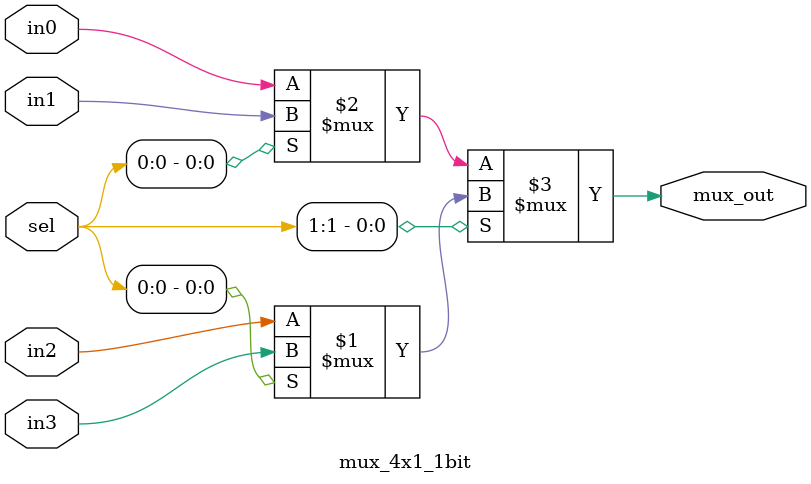
<source format=sv>
module  mux_4x1_1bit(
   input  in0,  // Mux first input
   input  in1,  // Mux Second input
   input in2,
   input in3,
   input [1:0] sel,    // Select input
   output wire mux_out // Mux output
);

  assign mux_out = sel[1] ? (sel[0] ? in3 : in2) : (sel[0] ? in1 : in0);
endmodule 

</source>
